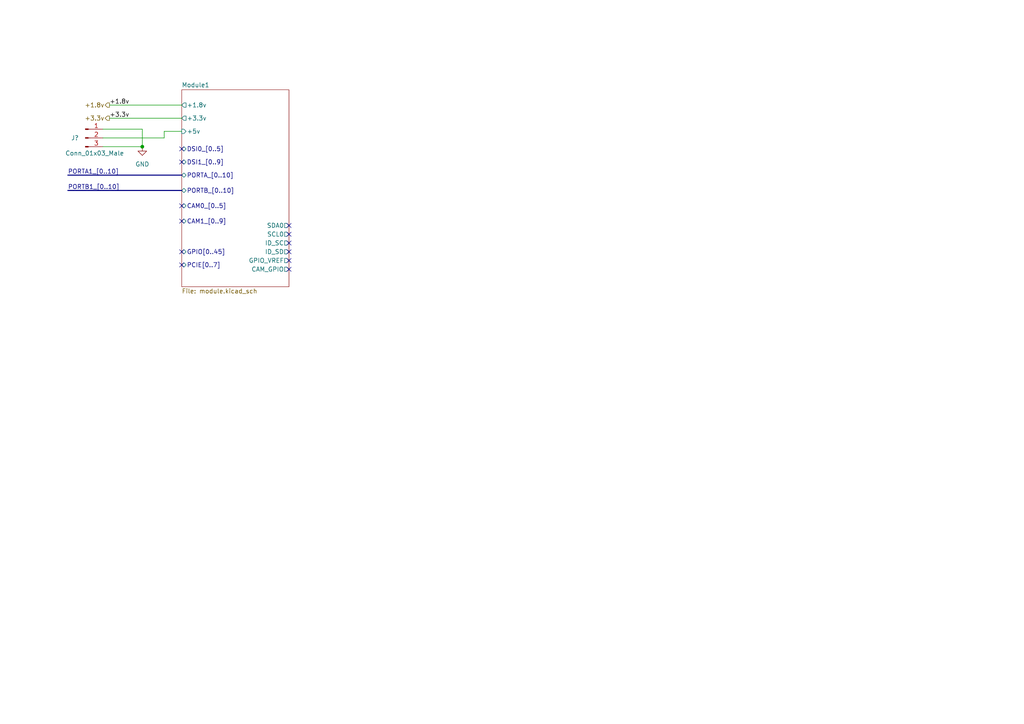
<source format=kicad_sch>
(kicad_sch (version 20210126) (generator eeschema)
  (paper "A4")
  (lib_symbols
    (symbol "Connector:Conn_01x03_Male" (pin_names (offset 1.016) hide)
      (property "Reference" "J" (at 0 5.08 0))
      (property "Value" "Conn_01x03_Male" (at 0 -5.08 0))
      (symbol "Conn_01x03_Male_1_1"
        (rectangle (start 0.8636 -2.413) (end 0 -2.667) (stroke (width 0.1524)) (fill (type outline)))
        (rectangle (start 0.8636 0.127) (end 0 -0.127) (stroke (width 0.1524)) (fill (type outline)))
        (rectangle (start 0.8636 2.667) (end 0 2.413) (stroke (width 0.1524)) (fill (type outline)))
        (polyline (pts (xy 1.27 -2.54) (xy 0.8636 -2.54)) (stroke (width 0.1524)))
        (polyline (pts (xy 1.27 0) (xy 0.8636 0)) (stroke (width 0.1524)))
        (polyline (pts (xy 1.27 2.54) (xy 0.8636 2.54)) (stroke (width 0.1524)))
        (pin passive line (at 5.08 2.54 180) (length 3.81) (name "Pin_1") (number "1"))
        (pin passive line (at 5.08 0 180) (length 3.81) (name "Pin_2") (number "2"))
        (pin passive line (at 5.08 -2.54 180) (length 3.81) (name "Pin_3") (number "3"))
      )
    )
    (symbol "power:GND" (power) (pin_names (offset 0))
      (property "Value" "GND" (at 0 -3.81 0))
      (symbol "GND_0_1"
        (polyline (pts (xy 0 0) (xy 0 -1.27) (xy 1.27 -1.27) (xy 0 -2.54) (xy -1.27 -1.27) (xy 0 -1.27)))
      )
      (symbol "GND_1_1"
        (pin power_in line (at 0 0 270) (length 0) hide (name "GND") (number "1"))
      )
    )
  )
  (junction (at 41.275 42.545) (diameter 0.9144))
  (no_connect (at 52.705 43.18))
  (no_connect (at 52.705 46.99))
  (no_connect (at 52.705 59.69))
  (no_connect (at 52.705 64.135))
  (no_connect (at 52.705 73.025))
  (no_connect (at 52.705 76.835))
  (no_connect (at 83.82 65.405))
  (no_connect (at 83.82 67.945))
  (no_connect (at 83.82 70.485))
  (no_connect (at 83.82 73.025))
  (no_connect (at 83.82 75.565))
  (no_connect (at 83.82 78.105))
  (wire (pts (xy 29.845 37.465) (xy 41.275 37.465)))
  (wire (pts (xy 29.845 40.005) (xy 47.625 40.005)))
  (wire (pts (xy 29.845 42.545) (xy 41.275 42.545)))
  (wire (pts (xy 31.75 30.48) (xy 52.705 30.48)))
  (wire (pts (xy 31.75 34.29) (xy 52.705 34.29)))
  (wire (pts (xy 41.275 37.465) (xy 41.275 42.545)))
  (wire (pts (xy 47.625 38.1) (xy 52.705 38.1)))
  (wire (pts (xy 47.625 40.005) (xy 47.625 38.1)))
  (bus (pts (xy 19.685 50.8) (xy 52.705 50.8)))
  (bus (pts (xy 19.685 55.245) (xy 52.705 55.245)))
  (label "PORTA1_[0..10]" (at 19.685 50.8 0))
  (label "PORTB1_[0..10]" (at 19.685 55.245 0))
  (label "+1.8v" (at 31.75 30.48 0))
  (label "+3.3v" (at 31.75 34.29 0))
  (hierarchical_label "+1.8v" (shape output) (at 31.75 30.48 180))
  (hierarchical_label "+3.3v" (shape output) (at 31.75 34.29 180))
  (symbol (lib_id "power:GND") (at 41.275 42.545 0) (unit 1)
    (property "Reference" "#PWR?" (effects hide))
    (property "Value" "GND" (at 41.275 47.625 0))
  )
  (symbol (lib_id "Connector:Conn_01x03_Male") (at 24.765 40.005 0) (unit 1)
    (property "Reference" "J?" (at 21.7424 40.005 0))
    (property "Value" "Conn_01x03_Male" (at 27.4574 44.45 0))
    (property "Footprint" "Connector_PinHeader_2.54mm:PinHeader_1x04_P2.54mm_Vertical" (effects hide))
  )
  (sheet (at 52.705 26.035) (size 31.115 57.15) (stroke (width 0.0006))
    (property "Sheet name" "Module1" (at 52.705 25.3993 0) (effects (justify left bottom)))
    (property "Sheet file" "module.kicad_sch" (at 52.705 83.6937 0) (effects (justify left top)))
    (pin "PORTA_[0..10]" bidirectional (at 52.705 50.8 180))
    (pin "+3.3v" output (at 52.705 34.29 180))
    (pin "+1.8v" output (at 52.705 30.48 180))
    (pin "+5v" input (at 52.705 38.1 180))
    (pin "PORTB_[0..10]" bidirectional (at 52.705 55.245 180))
    (pin "DSI0_[0..5]" bidirectional (at 52.705 43.18 180))
    (pin "DSI1_[0..9]" bidirectional (at 52.705 46.99 180))
    (pin "GPIO[0..45]" bidirectional (at 52.705 73.025 180))
    (pin "ID_SC" output (at 83.82 70.485 0))
    (pin "ID_SD" output (at 83.82 73.025 0))
    (pin "GPIO_VREF" output (at 83.82 75.565 0))
    (pin "CAM0_[0..5]" bidirectional (at 52.705 59.69 180))
    (pin "CAM1_[0..9]" bidirectional (at 52.705 64.135 180))
    (pin "PCIE[0..7]" bidirectional (at 52.705 76.835 180))
    (pin "SCL0" output (at 83.82 67.945 0))
    (pin "SDA0" output (at 83.82 65.405 0))
    (pin "CAM_GPIO" output (at 83.82 78.105 0))
  )
)
</source>
